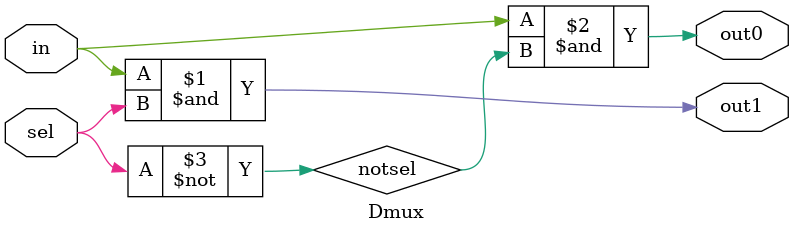
<source format=v>
module Dmux(output out1, output out0, input sel, input in) ;
//declaring temps 
wire notsel;
//modelling the circuit
//out0 = (in) AND NOT(sel) out1 = (in) AND (sel)
not(notsel, sel);
and(out1, in, sel);
and(out0, in, notsel);
endmodule

</source>
